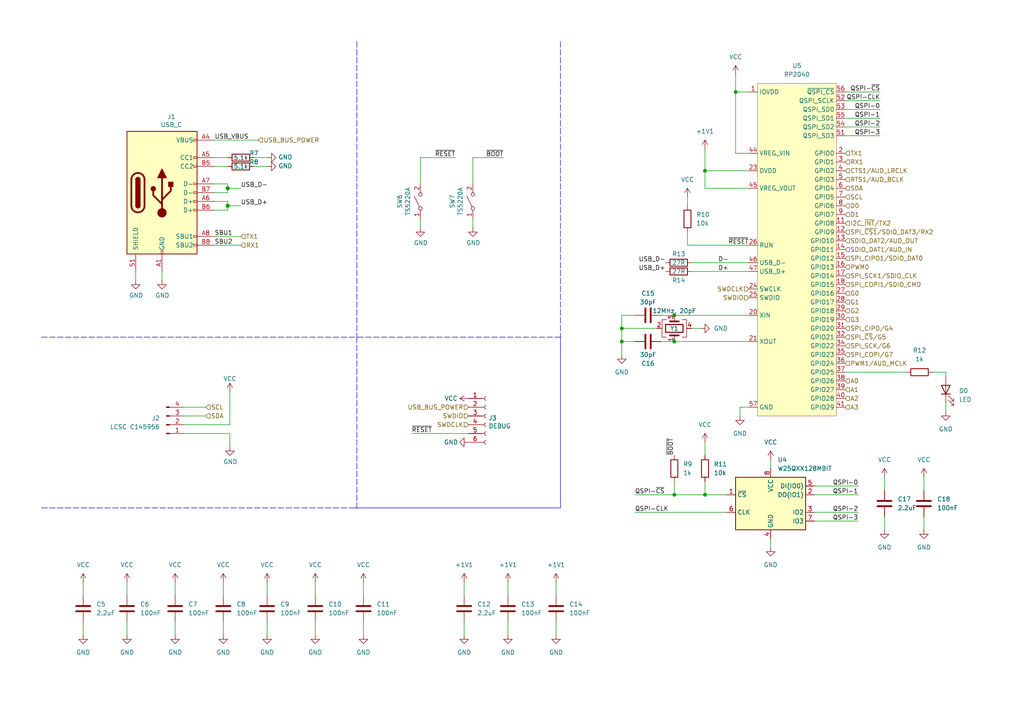
<source format=kicad_sch>
(kicad_sch (version 20230121) (generator eeschema)
  (paper "A4")
  (title_block (title "RP2040 base circuit") (date "2023-06-04") (rev "1.1") (comment 1 "CC-BY-SA"))
  (lib_symbols
    (symbol "Connector:Conn_01x04_Male" (pin_names (offset 1.016) hide)
      (property "Reference" "J" (at 0 5.08 0))
      (property "Value" "Conn_01x04_Male" (at 0 -7.62 0))
      (symbol "Conn_01x04_Male_1_1"
        (polyline (pts (xy 1.27 -5.08) (xy 0.8636 -5.08)) (stroke (width 0.1524)))
        (polyline (pts (xy 1.27 -2.54) (xy 0.8636 -2.54)) (stroke (width 0.1524)))
        (polyline (pts (xy 1.27 0) (xy 0.8636 0)) (stroke (width 0.1524)))
        (polyline (pts (xy 1.27 2.54) (xy 0.8636 2.54)) (stroke (width 0.1524)))
        (rectangle (start 0.8636 -4.953) (end 0 -5.207) (stroke (width 0.1524)) (fill (type outline)))
        (rectangle (start 0.8636 -2.413) (end 0 -2.667) (stroke (width 0.1524)) (fill (type outline)))
        (rectangle (start 0.8636 0.127) (end 0 -0.127) (stroke (width 0.1524)) (fill (type outline)))
        (rectangle (start 0.8636 2.667) (end 0 2.413) (stroke (width 0.1524)) (fill (type outline)))
        (pin passive line (at 5.08 2.54 180) (length 3.81) (name "Pin_1") (number "1"))
        (pin passive line (at 5.08 0 180) (length 3.81) (name "Pin_2") (number "2"))
        (pin passive line (at 5.08 -2.54 180) (length 3.81) (name "Pin_3") (number "3"))
        (pin passive line (at 5.08 -5.08 180) (length 3.81) (name "Pin_4") (number "4"))
      )
    )
    (symbol "Connector:Conn_01x06_Female" (pin_names (offset 1.016) hide)
      (property "Reference" "J" (at 0 7.62 0))
      (property "Value" "Conn_01x06_Female" (at 0 -10.16 0))
      (symbol "Conn_01x06_Female_1_1"
        (arc (start 0 -7.112) (mid -0.5058 -7.62) (end 0 -8.128) (stroke (width 0.1524)))
        (arc (start 0 -4.572) (mid -0.5058 -5.08) (end 0 -5.588) (stroke (width 0.1524)))
        (arc (start 0 -2.032) (mid -0.5058 -2.54) (end 0 -3.048) (stroke (width 0.1524)))
        (polyline (pts (xy -1.27 -7.62) (xy -0.508 -7.62)) (stroke (width 0.1524)))
        (polyline (pts (xy -1.27 -5.08) (xy -0.508 -5.08)) (stroke (width 0.1524)))
        (polyline (pts (xy -1.27 -2.54) (xy -0.508 -2.54)) (stroke (width 0.1524)))
        (polyline (pts (xy -1.27 0) (xy -0.508 0)) (stroke (width 0.1524)))
        (polyline (pts (xy -1.27 2.54) (xy -0.508 2.54)) (stroke (width 0.1524)))
        (polyline (pts (xy -1.27 5.08) (xy -0.508 5.08)) (stroke (width 0.1524)))
        (arc (start 0 0.508) (mid -0.5058 0) (end 0 -0.508) (stroke (width 0.1524)))
        (arc (start 0 3.048) (mid -0.5058 2.54) (end 0 2.032) (stroke (width 0.1524)))
        (arc (start 0 5.588) (mid -0.5058 5.08) (end 0 4.572) (stroke (width 0.1524)))
        (pin passive line (at -5.08 5.08 0) (length 3.81) (name "Pin_1") (number "1"))
        (pin passive line (at -5.08 2.54 0) (length 3.81) (name "Pin_2") (number "2"))
        (pin passive line (at -5.08 0 0) (length 3.81) (name "Pin_3") (number "3"))
        (pin passive line (at -5.08 -2.54 0) (length 3.81) (name "Pin_4") (number "4"))
        (pin passive line (at -5.08 -5.08 0) (length 3.81) (name "Pin_5") (number "5"))
        (pin passive line (at -5.08 -7.62 0) (length 3.81) (name "Pin_6") (number "6"))
      )
    )
    (symbol "Device:C" (pin_numbers hide) (pin_names (offset 0.254))
      (property "Reference" "C" (at 0.635 2.54 0))
      (property "Value" "C" (at 0.635 -2.54 0))
      (symbol "C_0_1"
        (polyline (pts (xy -2.032 -0.762) (xy 2.032 -0.762)) (stroke (width 0.508)))
        (polyline (pts (xy -2.032 0.762) (xy 2.032 0.762)) (stroke (width 0.508)))
      )
      (symbol "C_1_1"
        (pin passive line (at 0 3.81 270) (length 2.794) (name "~") (number "1"))
        (pin passive line (at 0 -3.81 90) (length 2.794) (name "~") (number "2"))
      )
    )
    (symbol "Device:Crystal_GND24" (pin_names (offset 1.016) hide)
      (property "Reference" "Y" (at 3.175 5.08 0))
      (property "Value" "Crystal_GND24" (at 3.175 3.175 0))
      (symbol "Crystal_GND24_0_1"
        (rectangle (start -1.143 2.54) (end 1.143 -2.54) (stroke (width 0.3048)))
        (polyline (pts (xy -2.54 0) (xy -2.032 0)))
        (polyline (pts (xy -2.032 -1.27) (xy -2.032 1.27)) (stroke (width 0.508)))
        (polyline (pts (xy 0 -3.81) (xy 0 -3.556)))
        (polyline (pts (xy 0 3.556) (xy 0 3.81)))
        (polyline (pts (xy 2.032 -1.27) (xy 2.032 1.27)) (stroke (width 0.508)))
        (polyline (pts (xy 2.032 0) (xy 2.54 0)))
        (polyline (pts (xy -2.54 -2.286) (xy -2.54 -3.556) (xy 2.54 -3.556) (xy 2.54 -2.286)))
        (polyline (pts (xy -2.54 2.286) (xy -2.54 3.556) (xy 2.54 3.556) (xy 2.54 2.286)))
      )
      (symbol "Crystal_GND24_1_1"
        (pin passive line (at -3.81 0 0) (length 1.27) (name "1") (number "1"))
        (pin passive line (at 0 5.08 270) (length 1.27) (name "2") (number "2"))
        (pin passive line (at 3.81 0 180) (length 1.27) (name "3") (number "3"))
        (pin passive line (at 0 -5.08 90) (length 1.27) (name "4") (number "4"))
      )
    )
    (symbol "Device:LED" (pin_numbers hide) (pin_names (offset 1.016) hide)
      (property "Reference" "D" (at 0 2.54 0))
      (property "Value" "LED" (at 0 -2.54 0))
      (symbol "LED_0_1"
        (polyline (pts (xy -1.27 -1.27) (xy -1.27 1.27)) (stroke (width 0.254)))
        (polyline (pts (xy -1.27 0) (xy 1.27 0)))
        (polyline (pts (xy 1.27 -1.27) (xy 1.27 1.27) (xy -1.27 0) (xy 1.27 -1.27)) (stroke (width 0.254)))
        (polyline (pts (xy -3.048 -0.762) (xy -4.572 -2.286) (xy -3.81 -2.286) (xy -4.572 -2.286) (xy -4.572 -1.524)))
        (polyline (pts (xy -1.778 -0.762) (xy -3.302 -2.286) (xy -2.54 -2.286) (xy -3.302 -2.286) (xy -3.302 -1.524)))
      )
      (symbol "LED_1_1"
        (pin passive line (at -3.81 0 0) (length 2.54) (name "K") (number "1"))
        (pin passive line (at 3.81 0 180) (length 2.54) (name "A") (number "2"))
      )
    )
    (symbol "Device:R" (pin_numbers hide) (pin_names (offset 0))
      (property "Reference" "R" (at 2.032 0 90))
      (property "Value" "R" (at 0 0 90))
      (symbol "R_0_1"
        (rectangle (start -1.016 -2.54) (end 1.016 2.54) (stroke (width 0.254)))
      )
      (symbol "R_1_1"
        (pin passive line (at 0 3.81 270) (length 1.27) (name "~") (number "1"))
        (pin passive line (at 0 -3.81 90) (length 1.27) (name "~") (number "2"))
      )
    )
    (symbol "MCU_RaspberryPi:RP2040"
      (property "Reference" "U" (at 11.43 1.27 0))
      (property "Value" "RP2040" (at 0 -97.79 0))
      (symbol "RP2040_0_0"
        (pin power_in line (at -13.97 -2.54 0) (length 2.54) (name "IOVDD") (number "1"))
        (pin passive line (at -13.97 -2.54 0) (length 2.54) hide (name "IOVDD") (number "10"))
        (pin bidirectional line (at 13.97 -40.64 180) (length 2.54) (name "GPIO8") (number "11"))
        (pin bidirectional line (at 13.97 -20.32 180) (length 2.54) (name "GPIO0") (number "2"))
        (pin bidirectional line (at 13.97 -22.86 180) (length 2.54) (name "GPIO1") (number "3"))
        (pin bidirectional line (at 13.97 -25.4 180) (length 2.54) (name "GPIO2") (number "4"))
        (pin bidirectional line (at 13.97 -27.94 180) (length 2.54) (name "GPIO3") (number "5"))
        (pin bidirectional line (at 13.97 -30.48 180) (length 2.54) (name "GPIO4") (number "6"))
        (pin bidirectional line (at 13.97 -33.02 180) (length 2.54) (name "GPIO5") (number "7"))
        (pin bidirectional line (at 13.97 -35.56 180) (length 2.54) (name "GPIO6") (number "8"))
        (pin bidirectional line (at 13.97 -38.1 180) (length 2.54) (name "GPIO7") (number "9"))
      )
      (symbol "RP2040_0_1"
        (rectangle (start -11.43 0) (end 11.43 -96.52) (stroke (width 0.001)) (fill (type background)))
      )
      (symbol "RP2040_1_1"
        (pin bidirectional line (at 13.97 -43.18 180) (length 2.54) (name "GPIO9") (number "12"))
        (pin bidirectional line (at 13.97 -45.72 180) (length 2.54) (name "GPIO10") (number "13"))
        (pin bidirectional line (at 13.97 -48.26 180) (length 2.54) (name "GPIO11") (number "14"))
        (pin bidirectional line (at 13.97 -50.8 180) (length 2.54) (name "GPIO12") (number "15"))
        (pin bidirectional line (at 13.97 -53.34 180) (length 2.54) (name "GPIO13") (number "16"))
        (pin bidirectional line (at 13.97 -55.88 180) (length 2.54) (name "GPIO14") (number "17"))
        (pin bidirectional line (at 13.97 -58.42 180) (length 2.54) (name "GPIO15") (number "18"))
        (pin passive line (at -13.97 -93.98 0) (length 2.54) hide (name "TESTEN") (number "19"))
        (pin input line (at -13.97 -67.31 0) (length 2.54) (name "XIN") (number "20"))
        (pin output line (at -13.97 -74.93 0) (length 2.54) (name "XOUT") (number "21"))
        (pin passive line (at -13.97 -2.54 0) (length 2.54) hide (name "IOVDD") (number "22"))
        (pin power_in line (at -13.97 -25.4 0) (length 2.54) (name "DVDD") (number "23"))
        (pin input line (at -13.97 -59.69 0) (length 2.54) (name "SWCLK") (number "24"))
        (pin bidirectional line (at -13.97 -62.23 0) (length 2.54) (name "SWDIO") (number "25"))
        (pin input line (at -13.97 -46.99 0) (length 2.54) (name "RUN") (number "26"))
        (pin bidirectional line (at 13.97 -60.96 180) (length 2.54) (name "GPIO16") (number "27"))
        (pin bidirectional line (at 13.97 -63.5 180) (length 2.54) (name "GPIO17") (number "28"))
        (pin bidirectional line (at 13.97 -66.04 180) (length 2.54) (name "GPIO18") (number "29"))
        (pin bidirectional line (at 13.97 -68.58 180) (length 2.54) (name "GPIO19") (number "30"))
        (pin bidirectional line (at 13.97 -71.12 180) (length 2.54) (name "GPIO20") (number "31"))
        (pin bidirectional line (at 13.97 -73.66 180) (length 2.54) (name "GPIO21") (number "32"))
        (pin passive line (at -13.97 -2.54 0) (length 2.54) hide (name "IOVDD") (number "33"))
        (pin bidirectional line (at 13.97 -76.2 180) (length 2.54) (name "GPIO22") (number "34"))
        (pin bidirectional line (at 13.97 -78.74 180) (length 2.54) (name "GPIO23") (number "35"))
        (pin bidirectional line (at 13.97 -81.28 180) (length 2.54) (name "GPIO24") (number "36"))
        (pin bidirectional line (at 13.97 -83.82 180) (length 2.54) (name "GPIO25") (number "37"))
        (pin bidirectional line (at 13.97 -86.36 180) (length 2.54) (name "GPIO26") (number "38"))
        (pin bidirectional line (at 13.97 -88.9 180) (length 2.54) (name "GPIO27") (number "39"))
        (pin bidirectional line (at 13.97 -91.44 180) (length 2.54) (name "GPIO28") (number "40"))
        (pin bidirectional line (at 13.97 -93.98 180) (length 2.54) (name "GPIO29") (number "41"))
        (pin passive line (at -13.97 -2.54 0) (length 2.54) hide (name "IOVDD") (number "42"))
        (pin passive line (at -13.97 -2.54 0) (length 2.54) hide (name "ADC_AVDD") (number "43"))
        (pin power_in line (at -13.97 -20.32 0) (length 2.54) (name "VREG_VIN") (number "44"))
        (pin power_out line (at -13.97 -30.48 0) (length 2.54) (name "VREG_VOUT") (number "45"))
        (pin bidirectional line (at -13.97 -52.07 0) (length 2.54) (name "USB_D-") (number "46"))
        (pin bidirectional line (at -13.97 -54.61 0) (length 2.54) (name "USB_D+") (number "47"))
        (pin passive line (at -13.97 -2.54 0) (length 2.54) hide (name "USB_VDD") (number "48"))
        (pin passive line (at -13.97 -2.54 0) (length 2.54) hide (name "IOVDD") (number "49"))
        (pin passive line (at -13.97 -25.4 0) (length 2.54) hide (name "DVDD") (number "50"))
        (pin bidirectional line (at 13.97 -15.24 180) (length 2.54) (name "QSPI_SD3") (number "51"))
        (pin output line (at 13.97 -5.08 180) (length 2.54) (name "QSPI_SCLK") (number "52"))
        (pin bidirectional line (at 13.97 -7.62 180) (length 2.54) (name "QSPI_SD0") (number "53"))
        (pin bidirectional line (at 13.97 -12.7 180) (length 2.54) (name "QSPI_SD2") (number "54"))
        (pin bidirectional line (at 13.97 -10.16 180) (length 2.54) (name "QSPI_SD1") (number "55"))
        (pin input line (at 13.97 -2.54 180) (length 2.54) (name "~{QSPI_CS}") (number "56"))
        (pin power_in line (at -13.97 -93.98 0) (length 2.54) (name "GND") (number "57"))
      )
    )
    (symbol "Memory_Flash:W25Q128JVS"
      (property "Reference" "U" (at -8.89 8.89 0))
      (property "Value" "W25Q128JVS" (at 7.62 8.89 0))
      (symbol "W25Q128JVS_0_1"
        (rectangle (start -10.16 7.62) (end 10.16 -7.62) (stroke (width 0.254)) (fill (type background)))
      )
      (symbol "W25Q128JVS_1_1"
        (pin input line (at -12.7 2.54 0) (length 2.54) (name "~{CS}") (number "1"))
        (pin bidirectional line (at 12.7 2.54 180) (length 2.54) (name "DO(IO1)") (number "2"))
        (pin bidirectional line (at 12.7 -2.54 180) (length 2.54) (name "IO2") (number "3"))
        (pin power_in line (at 0 -10.16 90) (length 2.54) (name "GND") (number "4"))
        (pin bidirectional line (at 12.7 5.08 180) (length 2.54) (name "DI(IO0)") (number "5"))
        (pin input line (at -12.7 -2.54 0) (length 2.54) (name "CLK") (number "6"))
        (pin bidirectional line (at 12.7 -5.08 180) (length 2.54) (name "IO3") (number "7"))
        (pin power_in line (at 0 10.16 270) (length 2.54) (name "VCC") (number "8"))
      )
    )
    (symbol "Switch:SW_SPST" (pin_names (offset 0) hide)
      (property "Reference" "SW" (at 0 3.175 0))
      (property "Value" "SW_SPST" (at 0 -2.54 0))
      (symbol "SW_SPST_0_0"
        (circle (center -2.032 0) (radius 0.508))
        (polyline (pts (xy -1.524 0.254) (xy 1.524 1.778)))
        (circle (center 2.032 0) (radius 0.508))
      )
      (symbol "SW_SPST_1_1"
        (pin passive line (at -5.08 0 0) (length 2.54) (name "A") (number "1"))
        (pin passive line (at 5.08 0 180) (length 2.54) (name "B") (number "2"))
      )
    )
    (symbol "charliedistance-rescue:R-device" (pin_numbers hide) (pin_names (offset 0))
      (property "Reference" "R" (at 2.032 0 90))
      (property "Value" "R-device" (at 0 0 90))
      (symbol "R-device_0_1"
        (rectangle (start -1.016 -2.54) (end 1.016 2.54) (stroke (width 0.254)))
      )
      (symbol "R-device_1_1"
        (pin passive line (at 0 3.81 270) (length 1.27) (name "~") (number "1"))
        (pin passive line (at 0 -3.81 90) (length 1.27) (name "~") (number "2"))
      )
    )
    (symbol "charliedistance-rescue:USB_C_Receptacle_USB2.0-Connector" (pin_names (offset 1.016))
      (property "Reference" "J" (at -10.16 19.05 0))
      (property "Value" "USB_C_Receptacle_USB2.0-Connector" (at 19.05 19.05 0))
      (symbol "USB_C_Receptacle_USB2.0-Connector_0_0"
        (rectangle (start -0.254 -17.78) (end 0.254 -16.764))
        (rectangle (start 10.16 -14.986) (end 9.144 -15.494))
        (rectangle (start 10.16 -12.446) (end 9.144 -12.954))
        (rectangle (start 10.16 -4.826) (end 9.144 -5.334))
        (rectangle (start 10.16 -2.286) (end 9.144 -2.794))
        (rectangle (start 10.16 0.254) (end 9.144 -0.254))
        (rectangle (start 10.16 2.794) (end 9.144 2.286))
        (rectangle (start 10.16 7.874) (end 9.144 7.366))
        (rectangle (start 10.16 10.414) (end 9.144 9.906))
        (rectangle (start 10.16 15.494) (end 9.144 14.986))
      )
      (symbol "USB_C_Receptacle_USB2.0-Connector_0_1"
        (rectangle (start -10.16 17.78) (end 10.16 -17.78) (stroke (width 0.254)) (fill (type background)))
        (arc (start -8.89 -3.81) (mid -6.985 -5.7067) (end -5.08 -3.81) (stroke (width 0.508)))
        (arc (start -7.62 -3.81) (mid -6.985 -4.4423) (end -6.35 -3.81) (stroke (width 0.254)))
        (arc (start -7.62 -3.81) (mid -6.985 -4.4423) (end -6.35 -3.81) (stroke (width 0.254)) (fill (type outline)))
        (rectangle (start -7.62 -3.81) (end -6.35 3.81) (stroke (width 0.254)) (fill (type outline)))
        (arc (start -6.35 3.81) (mid -6.985 4.4423) (end -7.62 3.81) (stroke (width 0.254)))
        (arc (start -6.35 3.81) (mid -6.985 4.4423) (end -7.62 3.81) (stroke (width 0.254)) (fill (type outline)))
        (arc (start -5.08 3.81) (mid -6.985 5.7067) (end -8.89 3.81) (stroke (width 0.508)))
        (circle (center -2.54 1.143) (radius 0.635) (stroke (width 0.254)) (fill (type outline)))
        (circle (center 0 -5.842) (radius 1.27) (fill (type outline)))
        (polyline (pts (xy -8.89 -3.81) (xy -8.89 3.81)) (stroke (width 0.508)))
        (polyline (pts (xy -5.08 3.81) (xy -5.08 -3.81)) (stroke (width 0.508)))
        (polyline (pts (xy 0 -5.842) (xy 0 4.318)) (stroke (width 0.508)))
        (polyline (pts (xy 0 -3.302) (xy -2.54 -0.762) (xy -2.54 0.508)) (stroke (width 0.508)))
        (polyline (pts (xy 0 -2.032) (xy 2.54 0.508) (xy 2.54 1.778)) (stroke (width 0.508)))
        (polyline (pts (xy -1.27 4.318) (xy 0 6.858) (xy 1.27 4.318) (xy -1.27 4.318)) (stroke (width 0.254)) (fill (type outline)))
        (rectangle (start 1.905 1.778) (end 3.175 3.048) (stroke (width 0.254)) (fill (type outline)))
      )
      (symbol "USB_C_Receptacle_USB2.0-Connector_1_1"
        (pin power_in line (at 0 -22.86 90) (length 5.08) (name "GND") (number "A1"))
        (pin passive line (at 0 -22.86 90) (length 5.08) hide (name "GND") (number "A12"))
        (pin power_in line (at 15.24 15.24 180) (length 5.08) (name "VBUS") (number "A4"))
        (pin bidirectional line (at 15.24 10.16 180) (length 5.08) (name "CC1") (number "A5"))
        (pin bidirectional line (at 15.24 -2.54 180) (length 5.08) (name "D+") (number "A6"))
        (pin bidirectional line (at 15.24 2.54 180) (length 5.08) (name "D-") (number "A7"))
        (pin bidirectional line (at 15.24 -12.7 180) (length 5.08) (name "SBU1") (number "A8"))
        (pin passive line (at 15.24 15.24 180) (length 5.08) hide (name "VBUS") (number "A9"))
        (pin passive line (at 0 -22.86 90) (length 5.08) hide (name "GND") (number "B1"))
        (pin passive line (at 0 -22.86 90) (length 5.08) hide (name "GND") (number "B12"))
        (pin passive line (at 15.24 15.24 180) (length 5.08) hide (name "VBUS") (number "B4"))
        (pin bidirectional line (at 15.24 7.62 180) (length 5.08) (name "CC2") (number "B5"))
        (pin bidirectional line (at 15.24 -5.08 180) (length 5.08) (name "D+") (number "B6"))
        (pin bidirectional line (at 15.24 0 180) (length 5.08) (name "D-") (number "B7"))
        (pin bidirectional line (at 15.24 -15.24 180) (length 5.08) (name "SBU2") (number "B8"))
        (pin passive line (at 15.24 15.24 180) (length 5.08) hide (name "VBUS") (number "B9"))
        (pin passive line (at -7.62 -22.86 90) (length 5.08) (name "SHIELD") (number "S1"))
      )
    )
    (symbol "power:+1V1" (power) (pin_names (offset 0))
      (property "Value" "+1V1" (at 0 3.556 0))
      (symbol "+1V1_0_1"
        (polyline (pts (xy -0.762 1.27) (xy 0 2.54)))
        (polyline (pts (xy 0 0) (xy 0 2.54)))
        (polyline (pts (xy 0 2.54) (xy 0.762 1.27)))
      )
      (symbol "+1V1_1_1"
        (pin power_in line (at 0 0 90) (length 0) hide (name "+1V1") (number "1"))
      )
    )
    (symbol "power:GND" (power) (pin_names (offset 0))
      (property "Value" "GND" (at 0 -3.81 0))
      (symbol "GND_0_1"
        (polyline (pts (xy 0 0) (xy 0 -1.27) (xy 1.27 -1.27) (xy 0 -2.54) (xy -1.27 -1.27) (xy 0 -1.27)))
      )
      (symbol "GND_1_1"
        (pin power_in line (at 0 0 270) (length 0) hide (name "GND") (number "1"))
      )
    )
    (symbol "power:VCC" (power) (pin_names (offset 0))
      (property "Value" "VCC" (at 0 3.81 0))
      (symbol "VCC_0_1"
        (polyline (pts (xy -0.762 1.27) (xy 0 2.54)))
        (polyline (pts (xy 0 0) (xy 0 2.54)))
        (polyline (pts (xy 0 2.54) (xy 0.762 1.27)))
      )
      (symbol "VCC_1_1"
        (pin power_in line (at 0 0 90) (length 0) hide (name "VCC") (number "1"))
      )
    )
  )
  (junction (at 195.58 99.06))
  (junction (at 66.04 59.69) (diameter 1.016))
  (junction (at 195.58 143.51))
  (junction (at 180.34 99.06))
  (junction (at 180.34 95.25))
  (junction (at 204.47 49.53))
  (junction (at 213.36 26.67))
  (junction (at 195.58 91.44))
  (junction (at 66.04 54.61) (diameter 1.016))
  (junction (at 204.47 143.51))
  (wire (pts (xy 66.04 60.96) (xy 62.23 60.96)))
  (wire (pts (xy 256.54 149.86) (xy 256.54 153.67)))
  (wire (pts (xy 195.58 99.06) (xy 217.17 99.06)))
  (polyline (pts (xy 103.505 97.79) (xy 103.505 147.32)) (stroke (width 0) (type dash)))
  (wire (pts (xy 161.29 168.91) (xy 161.29 172.72)))
  (wire (pts (xy 256.54 138.43) (xy 256.54 142.24)))
  (wire (pts (xy 147.32 180.34) (xy 147.32 184.15)))
  (wire (pts (xy 245.11 107.95) (xy 262.89 107.95)))
  (wire (pts (xy 105.41 180.34) (xy 105.41 184.15)))
  (wire (pts (xy 223.52 133.35) (xy 223.52 135.89)))
  (wire (pts (xy 217.17 71.12) (xy 199.39 71.12)))
  (polyline (pts (xy 162.56 97.79) (xy 162.56 147.32)))
  (wire (pts (xy 184.15 143.51) (xy 195.58 143.51)))
  (wire (pts (xy 62.23 58.42) (xy 66.04 58.42)))
  (wire (pts (xy 217.17 44.45) (xy 213.36 44.45)))
  (wire (pts (xy 66.04 54.61) (xy 66.04 55.88)))
  (wire (pts (xy 119.38 125.73) (xy 135.89 125.73)))
  (wire (pts (xy 213.36 21.59) (xy 213.36 26.67)))
  (wire (pts (xy 245.11 31.75) (xy 255.27 31.75)))
  (wire (pts (xy 62.23 68.58) (xy 69.85 68.58)))
  (wire (pts (xy 66.04 53.34) (xy 66.04 54.61)))
  (wire (pts (xy 53.34 120.65) (xy 59.69 120.65)))
  (wire (pts (xy 62.23 53.34) (xy 66.04 53.34)))
  (wire (pts (xy 245.11 36.83) (xy 255.27 36.83)))
  (polyline (pts (xy 12.065 147.32) (xy 103.505 147.32)) (stroke (width 0) (type dash)))
  (wire (pts (xy 50.8 168.91) (xy 50.8 172.72)))
  (wire (pts (xy 134.62 180.34) (xy 134.62 184.15)))
  (wire (pts (xy 199.39 57.15) (xy 199.39 59.69)))
  (wire (pts (xy 204.47 43.18) (xy 204.47 49.53)))
  (polyline (pts (xy 162.56 12.065) (xy 162.56 97.79)) (stroke (width 0) (type dash)))
  (wire (pts (xy 200.66 76.2) (xy 217.17 76.2)))
  (wire (pts (xy 134.62 168.91) (xy 134.62 172.72)))
  (wire (pts (xy 214.63 118.11) (xy 214.63 120.65)))
  (wire (pts (xy 180.34 99.06) (xy 180.34 102.87)))
  (wire (pts (xy 77.47 48.26) (xy 73.66 48.26)))
  (wire (pts (xy 210.82 148.59) (xy 184.15 148.59)))
  (wire (pts (xy 121.92 45.72) (xy 121.92 53.34)))
  (wire (pts (xy 137.16 63.5) (xy 137.16 66.04)))
  (wire (pts (xy 274.32 107.95) (xy 274.32 109.22)))
  (wire (pts (xy 77.47 168.91) (xy 77.47 172.72)))
  (wire (pts (xy 210.82 143.51) (xy 204.47 143.51)))
  (wire (pts (xy 24.13 168.91) (xy 24.13 172.72)))
  (wire (pts (xy 184.15 99.06) (xy 180.34 99.06)))
  (wire (pts (xy 137.16 45.72) (xy 137.16 53.34)))
  (wire (pts (xy 236.22 143.51) (xy 248.92 143.51)))
  (wire (pts (xy 204.47 143.51) (xy 195.58 143.51)))
  (wire (pts (xy 91.44 168.91) (xy 91.44 172.72)))
  (wire (pts (xy 91.44 180.34) (xy 91.44 184.15)))
  (wire (pts (xy 217.17 54.61) (xy 204.47 54.61)))
  (wire (pts (xy 74.93 40.64) (xy 62.23 40.64)))
  (wire (pts (xy 223.52 156.21) (xy 223.52 158.75)))
  (wire (pts (xy 161.29 180.34) (xy 161.29 184.15)))
  (wire (pts (xy 270.51 107.95) (xy 274.32 107.95)))
  (wire (pts (xy 53.34 125.73) (xy 66.675 125.73)))
  (wire (pts (xy 53.34 123.19) (xy 66.675 123.19)))
  (wire (pts (xy 180.34 95.25) (xy 190.5 95.25)))
  (wire (pts (xy 36.83 180.34) (xy 36.83 184.15)))
  (wire (pts (xy 62.23 71.12) (xy 69.85 71.12)))
  (wire (pts (xy 62.23 45.72) (xy 66.04 45.72)))
  (wire (pts (xy 245.11 26.67) (xy 255.27 26.67)))
  (wire (pts (xy 204.47 128.27) (xy 204.47 132.08)))
  (wire (pts (xy 236.22 148.59) (xy 248.92 148.59)))
  (wire (pts (xy 236.22 140.97) (xy 248.92 140.97)))
  (wire (pts (xy 66.04 58.42) (xy 66.04 59.69)))
  (wire (pts (xy 267.97 138.43) (xy 267.97 142.24)))
  (polyline (pts (xy 12.065 97.79) (xy 103.505 97.79)) (stroke (width 0) (type dash)))
  (polyline (pts (xy 162.56 147.32) (xy 102.87 147.32)))
  (wire (pts (xy 66.04 59.69) (xy 69.85 59.69)))
  (wire (pts (xy 180.34 95.25) (xy 180.34 99.06)))
  (wire (pts (xy 200.66 78.74) (xy 217.17 78.74)))
  (wire (pts (xy 64.77 168.91) (xy 64.77 172.72)))
  (wire (pts (xy 180.34 91.44) (xy 180.34 95.25)))
  (wire (pts (xy 217.17 118.11) (xy 214.63 118.11)))
  (wire (pts (xy 66.04 55.88) (xy 62.23 55.88)))
  (wire (pts (xy 64.77 180.34) (xy 64.77 184.15)))
  (wire (pts (xy 195.58 91.44) (xy 217.17 91.44)))
  (wire (pts (xy 147.32 168.91) (xy 147.32 172.72)))
  (wire (pts (xy 36.83 168.91) (xy 36.83 172.72)))
  (wire (pts (xy 66.04 59.69) (xy 66.04 60.96)))
  (wire (pts (xy 191.77 91.44) (xy 195.58 91.44)))
  (wire (pts (xy 267.97 149.86) (xy 267.97 153.67)))
  (wire (pts (xy 245.11 39.37) (xy 255.27 39.37)))
  (wire (pts (xy 204.47 139.7) (xy 204.47 143.51)))
  (wire (pts (xy 77.47 180.34) (xy 77.47 184.15)))
  (wire (pts (xy 73.66 45.72) (xy 77.47 45.72)))
  (wire (pts (xy 132.08 45.72) (xy 121.92 45.72)))
  (wire (pts (xy 66.675 125.73) (xy 66.675 129.54)))
  (wire (pts (xy 46.99 78.74) (xy 46.99 81.28)))
  (wire (pts (xy 245.11 29.21) (xy 255.27 29.21)))
  (wire (pts (xy 24.13 180.34) (xy 24.13 184.15)))
  (wire (pts (xy 199.39 71.12) (xy 199.39 67.31)))
  (wire (pts (xy 137.16 45.72) (xy 146.05 45.72)))
  (wire (pts (xy 39.37 78.74) (xy 39.37 81.28)))
  (wire (pts (xy 62.23 48.26) (xy 66.04 48.26)))
  (wire (pts (xy 184.15 91.44) (xy 180.34 91.44)))
  (wire (pts (xy 66.675 113.665) (xy 66.675 123.19)))
  (wire (pts (xy 121.92 63.5) (xy 121.92 66.04)))
  (wire (pts (xy 105.41 168.91) (xy 105.41 172.72)))
  (wire (pts (xy 217.17 26.67) (xy 213.36 26.67)))
  (wire (pts (xy 204.47 49.53) (xy 204.47 54.61)))
  (wire (pts (xy 200.66 95.25) (xy 203.2 95.25)))
  (wire (pts (xy 274.32 116.84) (xy 274.32 119.38)))
  (polyline (pts (xy 162.56 97.79) (xy 103.505 97.79)) (stroke (width 0) (type dash)))
  (wire (pts (xy 204.47 49.53) (xy 217.17 49.53)))
  (wire (pts (xy 66.04 54.61) (xy 69.85 54.61)))
  (wire (pts (xy 213.36 44.45) (xy 213.36 26.67)))
  (wire (pts (xy 50.8 180.34) (xy 50.8 184.15)))
  (wire (pts (xy 53.34 118.11) (xy 59.69 118.11)))
  (wire (pts (xy 245.11 34.29) (xy 255.27 34.29)))
  (wire (pts (xy 236.22 151.13) (xy 248.92 151.13)))
  (wire (pts (xy 195.58 139.7) (xy 195.58 143.51)))
  (polyline (pts (xy 103.505 12.065) (xy 103.505 97.79)) (stroke (width 0) (type dash)))
  (wire (pts (xy 191.77 99.06) (xy 195.58 99.06)))
  (label "QSPI-~{CS}" (at 255.27 26.67 180))
  (label "USB_D+" (at 193.04 78.74 180))
  (label "~{RESET}" (at 119.38 125.73 0))
  (label "USB_VBUS" (at 62.23 40.64 0))
  (label "QSPI-1" (at 248.92 143.51 180))
  (label "USB_D+" (at 69.85 59.69 0))
  (label "QSPI-2" (at 248.92 148.59 180))
  (label "QSPI-3" (at 248.92 151.13 180))
  (label "~{BOOT}" (at 146.05 45.72 180))
  (label "QSPI-~{CS}" (at 184.15 143.51 0))
  (label "~{BOOT}" (at 195.58 132.08 90))
  (label "D+" (at 208.28 78.74 0))
  (label "QSPI-0" (at 248.92 140.97 180))
  (label "SBU2" (at 62.23 71.12 0))
  (label "QSPI-0" (at 255.27 31.75 180))
  (label "SBU1" (at 62.23 68.58 0))
  (label "~{RESET}" (at 132.08 45.72 180))
  (label "USB_D-" (at 69.85 54.61 0))
  (label "QSPI-2" (at 255.27 36.83 180))
  (label "D-" (at 208.28 76.2 0))
  (label "~{RESET}" (at 217.17 71.12 180))
  (label "QSPI-1" (at 255.27 34.29 180))
  (label "QSPI-3" (at 255.27 39.37 180))
  (label "QSPI-CLK" (at 184.15 148.59 0))
  (label "USB_D-" (at 193.04 76.2 180))
  (label "QSPI-CLK" (at 255.27 29.21 180))
  (hierarchical_label "D1" (shape input) (at 245.11 62.23 0))
  (hierarchical_label "SPI_COPI1{slash}SDIO_CMD" (shape input) (at 245.11 82.55 0))
  (hierarchical_label "SPI_SCK1{slash}SDIO_CLK" (shape input) (at 245.11 80.01 0))
  (hierarchical_label "SPI_SCK{slash}G6" (shape input) (at 245.11 100.33 0))
  (hierarchical_label "SPI_~{CS}{slash}G5" (shape input) (at 245.11 97.79 0))
  (hierarchical_label "TX1" (shape input) (at 245.11 44.45 0))
  (hierarchical_label "A3" (shape input) (at 245.11 118.11 0))
  (hierarchical_label "SPI_COPI{slash}G7" (shape input) (at 245.11 102.87 0))
  (hierarchical_label "D0" (shape input) (at 245.11 59.69 0))
  (hierarchical_label "SWDCLK" (shape input) (at 135.89 123.19 180))
  (hierarchical_label "SCL" (shape input) (at 245.11 57.15 0))
  (hierarchical_label "RTS1{slash}AUD_BCLK" (shape input) (at 245.11 52.07 0))
  (hierarchical_label "USB_BUS_POWER" (shape input) (at 74.93 40.64 0))
  (hierarchical_label "SCL" (shape input) (at 59.69 118.11 0))
  (hierarchical_label "A0" (shape input) (at 245.11 110.49 0))
  (hierarchical_label "SPI_CIPO1{slash}SDIO_DAT0" (shape input) (at 245.11 74.93 0))
  (hierarchical_label "I2C_~{INT}{slash}TX2" (shape input) (at 245.11 64.77 0))
  (hierarchical_label "A1" (shape input) (at 245.11 113.03 0))
  (hierarchical_label "PWM1{slash}AUD_MCLK" (shape input) (at 245.11 105.41 0))
  (hierarchical_label "G3" (shape input) (at 245.11 92.71 0))
  (hierarchical_label "SPI_CIPO{slash}G4" (shape input) (at 245.11 95.25 0))
  (hierarchical_label "TX1" (shape input) (at 69.85 68.58 0))
  (hierarchical_label "A2" (shape input) (at 245.11 115.57 0))
  (hierarchical_label "CTS1{slash}AUD_LRCLK" (shape input) (at 245.11 49.53 0))
  (hierarchical_label "SDIO_DAT1{slash}AUD_IN" (shape input) (at 245.11 72.39 0))
  (hierarchical_label "SDIO_DAT2{slash}AUD_OUT" (shape input) (at 245.11 69.85 0))
  (hierarchical_label "SPI_~{CS1}{slash}SDIO_DAT3{slash}RX2" (shape input) (at 245.11 67.31 0))
  (hierarchical_label "SDA" (shape input) (at 59.69 120.65 0))
  (hierarchical_label "SWDIO" (shape input) (at 217.17 86.36 180))
  (hierarchical_label "RX1" (shape input) (at 69.85 71.12 0))
  (hierarchical_label "G1" (shape input) (at 245.11 87.63 0))
  (hierarchical_label "SDA" (shape input) (at 245.11 54.61 0))
  (hierarchical_label "G0" (shape input) (at 245.11 85.09 0))
  (hierarchical_label "SWDCLK" (shape input) (at 217.17 83.82 180))
  (hierarchical_label "G2" (shape input) (at 245.11 90.17 0))
  (hierarchical_label "RX1" (shape input) (at 245.11 46.99 0))
  (hierarchical_label "SWDIO" (shape input) (at 135.89 120.65 180))
  (hierarchical_label "PWM0" (shape input) (at 245.11 77.47 0))
  (hierarchical_label "USB_BUS_POWER" (shape input) (at 135.89 118.11 180))
  (symbol (lib_id "Switch:SW_SPST") (at 121.92 58.42 90) (unit 1)
    (property "Reference" "SW6" (at 115.951 58.42 0))
    (property "Value" "TS5220A" (at 118.2624 58.42 0))
    (property "Footprint" "Button_Switch_SMD:SW_SPST_TL3342" (effects hide))
  )
  (symbol (lib_id "power:VCC") (at 24.13 168.91 0) (unit 1)
    (property "Reference" "#PWR0112" (effects hide))
    (property "Value" "VCC" (at 24.13 163.83 0))
  )
  (symbol (lib_id "Switch:SW_SPST") (at 137.16 58.42 90) (unit 1)
    (property "Reference" "SW7" (at 131.191 58.42 0))
    (property "Value" "TS5220A" (at 133.5024 58.42 0))
    (property "Footprint" "Button_Switch_SMD:SW_SPST_TL3342" (effects hide))
  )
  (symbol (lib_id "power:GND") (at 24.13 184.15 0) (unit 1)
    (property "Reference" "#PWR022" (effects hide))
    (property "Value" "GND" (at 24.13 189.23 0))
  )
  (symbol (lib_id "Device:C") (at 161.29 176.53 0) (unit 1)
    (property "Reference" "C14" (at 165.1 175.2599 0) (effects (justify left)))
    (property "Value" "100nF" (at 165.1 177.7999 0) (effects (justify left)))
    (property "Footprint" "Capacitor_SMD:C_0603_1608Metric" (effects hide))
  )
  (symbol (lib_id "power:GND") (at 134.62 184.15 0) (unit 1)
    (property "Reference" "#PWR043" (effects hide))
    (property "Value" "GND" (at 134.62 189.23 0))
  )
  (symbol (lib_id "Device:R") (at 199.39 63.5 0) (unit 1)
    (property "Reference" "R10" (at 201.93 62.2299 0) (effects (justify left)))
    (property "Value" "10k" (at 201.93 64.7699 0) (effects (justify left)))
    (property "Footprint" "Resistor_SMD:R_0603_1608Metric" (effects hide))
  )
  (symbol (lib_id "Device:C") (at 24.13 176.53 0) (unit 1)
    (property "Reference" "C5" (at 27.94 175.2599 0) (effects (justify left)))
    (property "Value" "2.2uF" (at 27.94 177.7999 0) (effects (justify left)))
    (property "Footprint" "Capacitor_SMD:C_0603_1608Metric" (effects hide))
  )
  (symbol (lib_id "power:VCC") (at 36.83 168.91 0) (unit 1)
    (property "Reference" "#PWR0113" (effects hide))
    (property "Value" "VCC" (at 36.83 163.83 0))
  )
  (symbol (lib_id "power:+1V1") (at 147.32 168.91 0) (unit 1)
    (property "Reference" "#PWR045" (effects hide))
    (property "Value" "+1V1" (at 147.32 163.83 0))
  )
  (symbol (lib_id "power:VCC") (at 204.47 128.27 0) (unit 1)
    (property "Reference" "#PWR0103" (effects hide))
    (property "Value" "VCC" (at 204.47 123.19 0))
  )
  (symbol (lib_id "charliedistance-rescue:R-device") (at 69.85 48.26 270) (unit 1)
    (property "Reference" "R8" (at 73.66 46.99 90))
    (property "Value" "5.1k" (at 69.85 48.26 90))
    (property "Footprint" "Resistor_SMD:R_0603_1608Metric" (effects hide))
  )
  (symbol (lib_id "power:GND") (at 137.16 66.04 0) (unit 1)
    (property "Reference" "#PWR044" (effects hide))
    (property "Value" "GND" (at 137.287 70.4342 0))
  )
  (symbol (lib_id "Device:C") (at 105.41 176.53 0) (unit 1)
    (property "Reference" "C11" (at 109.22 175.2599 0) (effects (justify left)))
    (property "Value" "100nF" (at 109.22 177.7999 0) (effects (justify left)))
    (property "Footprint" "Capacitor_SMD:C_0603_1608Metric" (effects hide))
  )
  (symbol (lib_id "power:+1V1") (at 161.29 168.91 0) (unit 1)
    (property "Reference" "#PWR047" (effects hide))
    (property "Value" "+1V1" (at 161.29 163.83 0))
  )
  (symbol (lib_id "power:GND") (at 267.97 153.67 0) (unit 1)
    (property "Reference" "#PWR061" (effects hide))
    (property "Value" "GND" (at 267.97 158.75 0))
  )
  (symbol (lib_id "power:VCC") (at 199.39 57.15 0) (unit 1)
    (property "Reference" "#PWR0101" (effects hide))
    (property "Value" "VCC" (at 199.39 52.07 0))
  )
  (symbol (lib_id "Device:R") (at 196.85 76.2 90) (unit 1)
    (property "Reference" "R13" (at 196.85 73.66 90))
    (property "Value" "27R" (at 196.85 76.2 90))
    (property "Footprint" "Resistor_SMD:R_0603_1608Metric" (effects hide))
  )
  (symbol (lib_id "power:+1V1") (at 134.62 168.91 0) (unit 1)
    (property "Reference" "#PWR042" (effects hide))
    (property "Value" "+1V1" (at 134.62 163.83 0))
  )
  (symbol (lib_id "power:VCC") (at 77.47 168.91 0) (unit 1)
    (property "Reference" "#PWR0108" (effects hide))
    (property "Value" "VCC" (at 77.47 163.83 0))
  )
  (symbol (lib_id "power:GND") (at 91.44 184.15 0) (unit 1)
    (property "Reference" "#PWR038" (effects hide))
    (property "Value" "GND" (at 91.44 189.23 0))
  )
  (symbol (lib_id "charliedistance-rescue:USB_C_Receptacle_USB2.0-Connector") (at 46.99 55.88 0) (unit 1)
    (property "Reference" "J1" (at 49.7078 33.8582 0))
    (property "Value" "USB_C" (at 49.7078 36.1696 0))
    (property "Footprint" "Connector_USB:USB_C_Receptacle_XKB_U262-16XN-4BVC11" (effects hide))
    (property "Datasheet" "https://www.usb.org/sites/default/files/documents/usb_type-c.zip" (effects hide))
  )
  (symbol (lib_id "Connector:Conn_01x04_Male") (at 48.26 123.19 0) (mirror x) (unit 1)
    (property "Reference" "J2" (at 46.355 121.2849 0) (effects (justify right)))
    (property "Value" "LCSC C145956" (at 46.355 123.8249 0) (effects (justify right)))
    (property "Footprint" "Connector_JST:JST_SH_SM04B-SRSS-TB_1x04-1MP_P1.00mm_Horizontal" (effects hide))
  )
  (symbol (lib_id "power:GND") (at 214.63 120.65 0) (unit 1)
    (property "Reference" "#PWR055" (effects hide))
    (property "Value" "GND" (at 214.63 125.73 0))
  )
  (symbol (lib_id "Device:R") (at 266.7 107.95 270) (unit 1)
    (property "Reference" "R12" (at 266.7 101.6 90))
    (property "Value" "1k" (at 266.7 104.14 90))
    (property "Footprint" "Resistor_SMD:R_0603_1608Metric" (effects hide))
  )
  (symbol (lib_id "Device:C") (at 64.77 176.53 0) (unit 1)
    (property "Reference" "C8" (at 68.58 175.2599 0) (effects (justify left)))
    (property "Value" "100nF" (at 68.58 177.7999 0) (effects (justify left)))
    (property "Footprint" "Capacitor_SMD:C_0603_1608Metric" (effects hide))
  )
  (symbol (lib_id "power:GND") (at 36.83 184.15 0) (unit 1)
    (property "Reference" "#PWR024" (effects hide))
    (property "Value" "GND" (at 36.83 189.23 0))
  )
  (symbol (lib_id "Device:C") (at 187.96 91.44 90) (unit 1)
    (property "Reference" "C15" (at 187.96 85.09 90))
    (property "Value" "30pF" (at 187.96 87.63 90))
    (property "Footprint" "Capacitor_SMD:C_0603_1608Metric" (effects hide))
  )
  (symbol (lib_id "power:VCC") (at 135.89 115.57 90) (unit 1)
    (property "Reference" "#PWR021" (effects hide))
    (property "Value" "VCC" (at 130.81 115.57 90))
  )
  (symbol (lib_id "power:GND") (at 274.32 119.38 0) (unit 1)
    (property "Reference" "#PWR027" (effects hide))
    (property "Value" "GND" (at 274.32 124.46 0))
  )
  (symbol (lib_id "Device:Crystal_GND24") (at 195.58 95.25 90) (unit 1)
    (property "Reference" "Y1" (at 195.58 95.25 90))
    (property "Value" "12MHz, 20pF" (at 195.58 90.17 90))
    (property "Footprint" "Crystal:Crystal_SMD_5032-4Pin_5.0x3.2mm" (effects hide))
  )
  (symbol (lib_id "Device:C") (at 267.97 146.05 0) (unit 1)
    (property "Reference" "C18" (at 271.78 144.7799 0) (effects (justify left)))
    (property "Value" "100nF" (at 271.78 147.3199 0) (effects (justify left)))
    (property "Footprint" "Capacitor_SMD:C_0603_1608Metric" (effects hide))
  )
  (symbol (lib_id "power:GND") (at 77.47 45.72 90) (unit 1)
    (property "Reference" "#PWR033" (effects hide))
    (property "Value" "GND" (at 80.7212 45.593 90) (effects (justify right)))
  )
  (symbol (lib_id "Device:C") (at 36.83 176.53 0) (unit 1)
    (property "Reference" "C6" (at 40.64 175.2599 0) (effects (justify left)))
    (property "Value" "100nF" (at 40.64 177.7999 0) (effects (justify left)))
    (property "Footprint" "Capacitor_SMD:C_0603_1608Metric" (effects hide))
  )
  (symbol (lib_id "Connector:Conn_01x06_Female") (at 140.97 120.65 0) (unit 1) (in_bom no)
    (property "Reference" "J3" (at 141.6812 121.2596 0) (effects (justify left)))
    (property "Value" "DEBUG" (at 141.6812 123.571 0) (effects (justify left)))
    (property "Footprint" "Connector_PinHeader_2.54mm:PinHeader_1x06_P2.54mm_Vertical" (effects hide))
  )
  (symbol (lib_id "power:VCC") (at 105.41 168.91 0) (unit 1)
    (property "Reference" "#PWR0111" (effects hide))
    (property "Value" "VCC" (at 105.41 163.83 0))
  )
  (symbol (lib_id "power:GND") (at 256.54 153.67 0) (unit 1)
    (property "Reference" "#PWR059" (effects hide))
    (property "Value" "GND" (at 256.54 158.75 0))
  )
  (symbol (lib_id "power:VCC") (at 91.44 168.91 0) (unit 1)
    (property "Reference" "#PWR0109" (effects hide))
    (property "Value" "VCC" (at 91.44 163.83 0))
  )
  (symbol (lib_id "power:GND") (at 50.8 184.15 0) (unit 1)
    (property "Reference" "#PWR028" (effects hide))
    (property "Value" "GND" (at 50.8 189.23 0))
  )
  (symbol (lib_id "Memory_Flash:W25Q128JVS") (at 223.52 146.05 0) (unit 1)
    (property "Reference" "U4" (at 225.5394 133.35 0) (effects (justify left)))
    (property "Value" "W25QXX128MBIT" (at 225.5394 135.89 0) (effects (justify left)))
    (property "Footprint" "Package_SO:SOIC-8_5.23x5.23mm_P1.27mm" (effects hide))
    (property "Datasheet" "http://www.winbond.com/resource-files/w25q128jv_dtr%20revc%2003272018%20plus.pdf" (effects hide))
  )
  (symbol (lib_id "power:VCC") (at 64.77 168.91 0) (unit 1)
    (property "Reference" "#PWR0107" (effects hide))
    (property "Value" "VCC" (at 64.77 163.83 0))
  )
  (symbol (lib_id "power:GND") (at 46.99 81.28 0) (unit 1)
    (property "Reference" "#PWR026" (effects hide))
    (property "Value" "GND" (at 47.117 85.6742 0))
  )
  (symbol (lib_id "power:GND") (at 147.32 184.15 0) (unit 1)
    (property "Reference" "#PWR046" (effects hide))
    (property "Value" "GND" (at 147.32 189.23 0))
  )
  (symbol (lib_id "power:VCC") (at 223.52 133.35 0) (unit 1)
    (property "Reference" "#PWR0104" (effects hide))
    (property "Value" "VCC" (at 223.52 128.27 0))
  )
  (symbol (lib_id "Device:C") (at 147.32 176.53 0) (unit 1)
    (property "Reference" "C13" (at 151.13 175.2599 0) (effects (justify left)))
    (property "Value" "100nF" (at 151.13 177.7999 0) (effects (justify left)))
    (property "Footprint" "Capacitor_SMD:C_0603_1608Metric" (effects hide))
  )
  (symbol (lib_id "power:GND") (at 180.34 102.87 0) (unit 1)
    (property "Reference" "#PWR049" (effects hide))
    (property "Value" "GND" (at 180.34 107.95 0))
  )
  (symbol (lib_id "power:GND") (at 105.41 184.15 0) (unit 1)
    (property "Reference" "#PWR040" (effects hide))
    (property "Value" "GND" (at 105.41 189.23 0))
  )
  (symbol (lib_id "Device:R") (at 204.47 135.89 0) (unit 1)
    (property "Reference" "R11" (at 207.01 134.6199 0) (effects (justify left)))
    (property "Value" "10k" (at 207.01 137.1599 0) (effects (justify left)))
    (property "Footprint" "Resistor_SMD:R_0603_1608Metric" (effects hide))
  )
  (symbol (lib_id "power:GND") (at 39.37 81.28 0) (unit 1)
    (property "Reference" "#PWR025" (effects hide))
    (property "Value" "GND" (at 39.497 85.6742 0))
  )
  (symbol (lib_id "power:GND") (at 121.92 66.04 0) (unit 1)
    (property "Reference" "#PWR041" (effects hide))
    (property "Value" "GND" (at 122.047 70.4342 0))
  )
  (symbol (lib_id "power:GND") (at 203.2 95.25 90) (unit 1)
    (property "Reference" "#PWR051" (effects hide))
    (property "Value" "GND" (at 207.01 95.2499 90) (effects (justify right)))
  )
  (symbol (lib_id "Device:R") (at 195.58 135.89 0) (unit 1)
    (property "Reference" "R9" (at 198.12 134.6199 0) (effects (justify left)))
    (property "Value" "1k" (at 198.12 137.1599 0) (effects (justify left)))
    (property "Footprint" "Resistor_SMD:R_0603_1608Metric" (effects hide))
  )
  (symbol (lib_id "power:GND") (at 223.52 158.75 0) (unit 1)
    (property "Reference" "#PWR057" (effects hide))
    (property "Value" "GND" (at 223.52 163.83 0))
  )
  (symbol (lib_id "MCU_RaspberryPi:RP2040") (at 231.14 24.13 0) (unit 1)
    (property "Reference" "U5" (at 231.14 19.05 0))
    (property "Value" "RP2040" (at 231.14 21.59 0))
    (property "Footprint" "Package_DFN_QFN_Extra:QFN-56_EP_7x7_Pitch0.4mm" (effects hide))
    (property "Datasheet" "https://datasheets.raspberrypi.org/rp2040/rp2040_datasheet.pdf" (effects hide))
  )
  (symbol (lib_id "power:VCC") (at 66.675 113.665 0) (unit 1)
    (property "Reference" "#PWR031" (effects hide))
    (property "Value" "VCC" (at 66.675 109.855 0))
  )
  (symbol (lib_id "power:VCC") (at 256.54 138.43 0) (unit 1)
    (property "Reference" "#PWR0105" (effects hide))
    (property "Value" "VCC" (at 256.54 133.35 0))
  )
  (symbol (lib_id "power:GND") (at 77.47 184.15 0) (unit 1)
    (property "Reference" "#PWR036" (effects hide))
    (property "Value" "GND" (at 77.47 189.23 0))
  )
  (symbol (lib_id "power:GND") (at 66.675 129.54 0) (unit 1)
    (property "Reference" "#PWR032" (effects hide))
    (property "Value" "GND" (at 66.802 133.9342 0))
  )
  (symbol (lib_id "power:GND") (at 77.47 48.26 90) (unit 1)
    (property "Reference" "#PWR034" (effects hide))
    (property "Value" "GND" (at 80.7212 48.133 90) (effects (justify right)))
  )
  (symbol (lib_id "Device:C") (at 256.54 146.05 0) (unit 1)
    (property "Reference" "C17" (at 260.35 144.7799 0) (effects (justify left)))
    (property "Value" "2.2uF" (at 260.35 147.3199 0) (effects (justify left)))
    (property "Footprint" "Capacitor_SMD:C_0603_1608Metric" (effects hide))
  )
  (symbol (lib_id "Device:C") (at 134.62 176.53 0) (unit 1)
    (property "Reference" "C12" (at 138.43 175.2599 0) (effects (justify left)))
    (property "Value" "2.2uF" (at 138.43 177.7999 0) (effects (justify left)))
    (property "Footprint" "Capacitor_SMD:C_0603_1608Metric" (effects hide))
  )
  (symbol (lib_id "Device:R") (at 196.85 78.74 90) (unit 1)
    (property "Reference" "R14" (at 196.85 81.28 90))
    (property "Value" "27R" (at 196.85 78.74 90))
    (property "Footprint" "Resistor_SMD:R_0603_1608Metric" (effects hide))
  )
  (symbol (lib_id "power:VCC") (at 50.8 168.91 0) (unit 1)
    (property "Reference" "#PWR0110" (effects hide))
    (property "Value" "VCC" (at 50.8 163.83 0))
  )
  (symbol (lib_id "power:VCC") (at 213.36 21.59 0) (unit 1)
    (property "Reference" "#PWR0102" (effects hide))
    (property "Value" "VCC" (at 213.36 16.51 0))
  )
  (symbol (lib_id "Device:C") (at 50.8 176.53 0) (unit 1)
    (property "Reference" "C7" (at 54.61 175.2599 0) (effects (justify left)))
    (property "Value" "100nF" (at 54.61 177.7999 0) (effects (justify left)))
    (property "Footprint" "Capacitor_SMD:C_0603_1608Metric" (effects hide))
  )
  (symbol (lib_id "power:GND") (at 135.89 128.27 270) (unit 1)
    (property "Reference" "#PWR023" (effects hide))
    (property "Value" "GND" (at 130.81 128.27 90))
  )
  (symbol (lib_id "Device:LED") (at 274.32 113.03 90) (unit 1)
    (property "Reference" "D0" (at 278.13 113.3474 90) (effects (justify right)))
    (property "Value" "LED" (at 278.13 115.8874 90) (effects (justify right)))
    (property "Footprint" "LED_SMD:LED_0603_1608Metric" (effects hide))
  )
  (symbol (lib_id "Device:C") (at 77.47 176.53 0) (unit 1)
    (property "Reference" "C9" (at 81.28 175.2599 0) (effects (justify left)))
    (property "Value" "100nF" (at 81.28 177.7999 0) (effects (justify left)))
    (property "Footprint" "Capacitor_SMD:C_0603_1608Metric" (effects hide))
  )
  (symbol (lib_id "Device:C") (at 187.96 99.06 90) (unit 1)
    (property "Reference" "C16" (at 187.96 105.41 90))
    (property "Value" "30pF" (at 187.96 102.87 90))
    (property "Footprint" "Capacitor_SMD:C_0603_1608Metric" (effects hide))
  )
  (symbol (lib_id "Device:C") (at 91.44 176.53 0) (unit 1)
    (property "Reference" "C10" (at 95.25 175.2599 0) (effects (justify left)))
    (property "Value" "100nF" (at 95.25 177.7999 0) (effects (justify left)))
    (property "Footprint" "Capacitor_SMD:C_0603_1608Metric" (effects hide))
  )
  (symbol (lib_id "power:GND") (at 64.77 184.15 0) (unit 1)
    (property "Reference" "#PWR030" (effects hide))
    (property "Value" "GND" (at 64.77 189.23 0))
  )
  (symbol (lib_id "power:GND") (at 161.29 184.15 0) (unit 1)
    (property "Reference" "#PWR048" (effects hide))
    (property "Value" "GND" (at 161.29 189.23 0))
  )
  (symbol (lib_id "power:+1V1") (at 204.47 43.18 0) (unit 1)
    (property "Reference" "#PWR052" (effects hide))
    (property "Value" "+1V1" (at 204.47 38.1 0))
  )
  (symbol (lib_id "charliedistance-rescue:R-device") (at 69.85 45.72 270) (unit 1)
    (property "Reference" "R7" (at 73.66 44.45 90))
    (property "Value" "5.1k" (at 69.85 45.72 90))
    (property "Footprint" "Resistor_SMD:R_0603_1608Metric" (effects hide))
  )
  (symbol (lib_id "power:VCC") (at 267.97 138.43 0) (unit 1)
    (property "Reference" "#PWR0106" (effects hide))
    (property "Value" "VCC" (at 267.97 133.35 0))
  )
)
</source>
